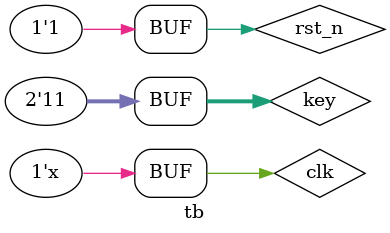
<source format=v>
`timescale 1ns / 1ps


module tb();
reg    clk         ;
reg    rst_n       ;
reg     [1:0]   key;
wire    [3:0]   dig;
wire    [7:0]   seg;
        
top #(
    .COUNT       (26'd5        ),
    .TIME_MS     (16'd5        ),
    .TIME_20MS   (20'd5        ),
    .TIME_S      (26'd5        ),
    .TIME_M      (6'd5        ),
    .TIME_H      (5'd5        )    
    ) top_tb(
    .clk         (clk      ),
    .rst_n       (rst_n    ),
    .key         (key      ),
    .dig         (dig      ),
    .seg         (seg      )
    );

initial begin
    clk     =   1'b0    ;
    rst_n   =   1'b0    ;
    #30
    rst_n   =   1'b1    ;
end
always  #10 clk =   ~clk    ;

initial begin
    key    =   2'b11   ;
    #600
    key    =   2'b10   ;
    #130
    key    =   2'b11   ;
    #130
    key    =   2'b01   ;
    #130
    key    =   2'b11   ;
    #130
    key    =   2'b10   ;
    #130
    key    =   2'b11   ;
    #130
    key    =   2'b10   ;
    #130
    key    =   2'b11   ;
    #130
    key    =   2'b10   ;
    #130
    key    =   2'b11   ;
    #130
    key    =   2'b10   ;
    #130
    key    =   2'b11   ;
end

endmodule
</source>
